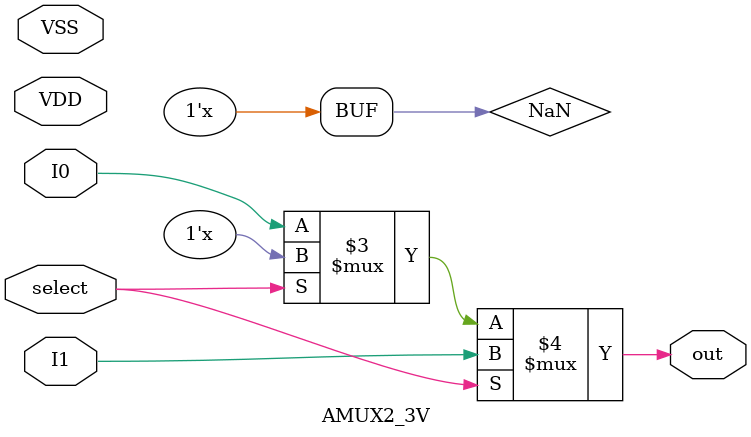
<source format=v>


module AMUX2_3V (
   input VDD, 
   input VSS,
   input I0,
   input I1,
   output out,
   input select
);
   wire VDD,VSS;
   wire I0, I1;
   wire out;
   wire select;
   wire NaN;

   initial begin
      NaN = 0.0 / 0.0;
   end

   assign out = (select == 1'b1) ? I1:
		 (select == 1'b0) ? I0 :
		 NaN;

endmodule

</source>
